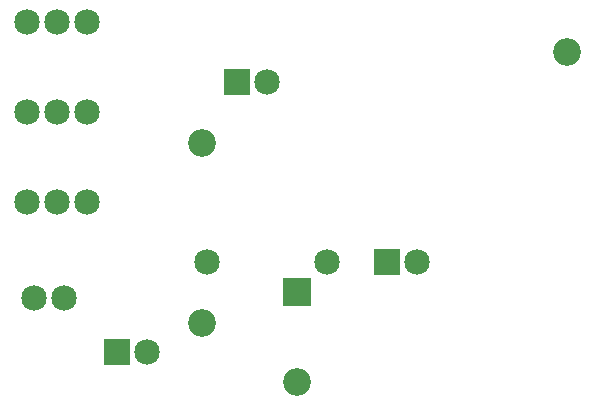
<source format=gbs>
G04 MADE WITH FRITZING*
G04 WWW.FRITZING.ORG*
G04 DOUBLE SIDED*
G04 HOLES PLATED*
G04 CONTOUR ON CENTER OF CONTOUR VECTOR*
%ASAXBY*%
%FSLAX23Y23*%
%MOIN*%
%OFA0B0*%
%SFA1.0B1.0*%
%ADD10C,0.085000*%
%ADD11C,0.092000*%
%ADD12R,0.085000X0.085000*%
%ADD13R,0.092000X0.092000*%
%ADD14R,0.001000X0.001000*%
%LNMASK0*%
G90*
G70*
G54D10*
X44Y2100D03*
X144Y2100D03*
X244Y2100D03*
X44Y1800D03*
X144Y1800D03*
X244Y1800D03*
X44Y1500D03*
X144Y1500D03*
X244Y1500D03*
X744Y1900D03*
X844Y1900D03*
X69Y1181D03*
X169Y1181D03*
X644Y1300D03*
X1044Y1300D03*
X1244Y1300D03*
X1344Y1300D03*
G54D11*
X627Y1696D03*
X627Y1097D03*
G54D10*
X344Y1000D03*
X444Y1000D03*
G54D11*
X944Y1200D03*
X944Y902D03*
X1844Y2002D03*
G54D12*
X744Y1900D03*
X1244Y1300D03*
X344Y1000D03*
G54D13*
X944Y1201D03*
G54D14*
D02*
G04 End of Mask0*
M02*
</source>
